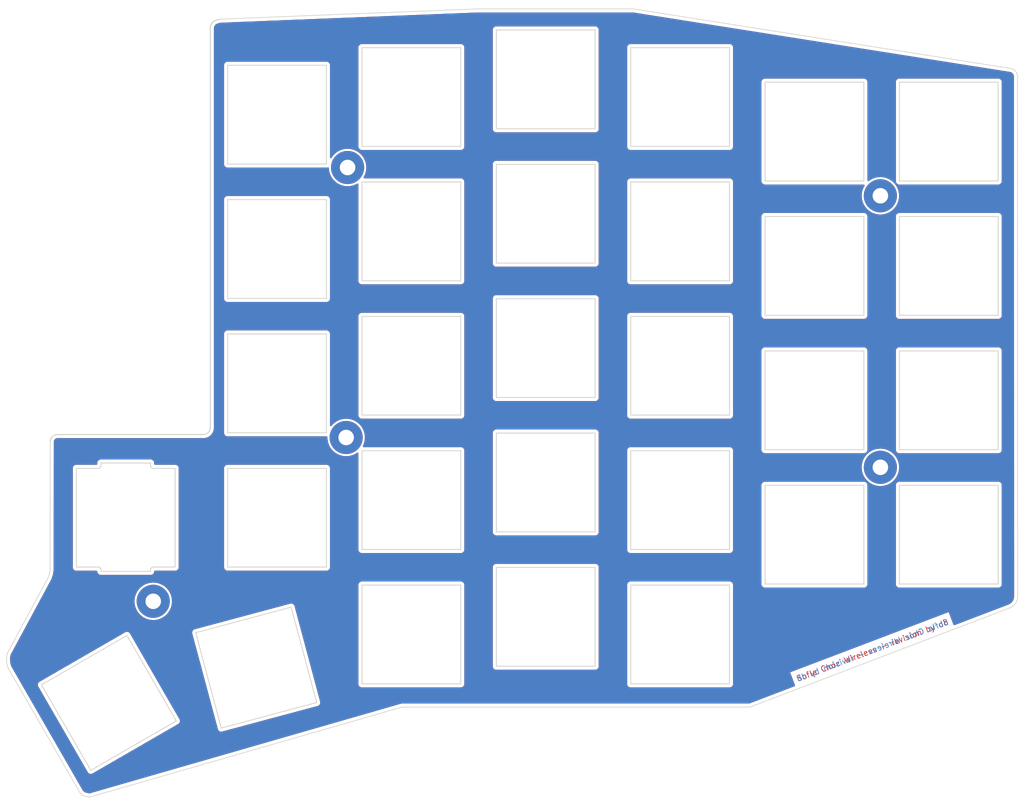
<source format=kicad_pcb>
(kicad_pcb (version 20211014) (generator pcbnew)
  (layers (0 "F.Cu" signal) (31 "B.Cu" signal) (34 "B.Paste" user) (35 "F.Paste" user) (36 "B.SilkS" user "B.Silkscreen") (37 "F.SilkS" user "F.Silkscreen") (38 "B.Mask" user) (39 "F.Mask" user) (44 "Edge.Cuts" user))
  (net 0 "")
  (footprint "SofleKeyboard-footprint:HOLE_M2_TH" (layer "F.Cu") (at 206.3222 61.7786)
    (fp_text reference "TH4" hide)
    (fp_text value "HOLE" hide)
    (pad "" thru_hole circle locked (at -0.225 -0.275 90) (size 4.7 4.7) (drill 2.2) (layers *.Cu *.Mask "Dwgs.User") (clearance 0.3))
  )
  (footprint "SofleKeyboard-footprint:HOLE_M2_TH" (layer "F.Cu") (at 130.53 57.57)
    (fp_text reference "TH3" hide)
    (fp_text value "HOLE" hide)
    (pad "" thru_hole circle locked (at 0.025 -0.075 90) (size 4.7 4.7) (drill 2.2) (layers *.Cu *.Mask "Dwgs.User") (clearance 0.3))
  )
  (footprint "SofleKeyboard-footprint:HOLE_M2_TH" (layer "F.Cu") (at 206.2722 100.0286)
    (fp_text reference "TH6" hide)
    (fp_text value "HOLE" hide)
    (pad "" thru_hole circle locked (at -0.175 -0.025 90) (size 4.7 4.7) (drill 2.2) (layers *.Cu *.Mask "Dwgs.User") (clearance 0.3))
  )
  (footprint "SofleKeyboard-footprint:HOLE_M2_TH" (layer "F.Cu") (at 130.38 95.85)
    (fp_text reference "TH5" hide)
    (fp_text value "HOLE" hide)
    (pad "" thru_hole circle locked (at -0.025 -0.075 90) (size 4.7 4.7) (drill 2.2) (layers *.Cu *.Mask "Dwgs.User") (clearance 0.3))
  )
  (footprint "SofleKeyboard-footprint:HOLE_M2_TH" (layer "F.Cu") (at 103 119 90)
    (fp_text reference "TH7" hide)
    (fp_text value "HOLE" hide)
    (pad "" thru_hole circle locked (at 0 0 180) (size 4.7 4.7) (drill 2.2) (layers *.Cu *.Mask "Dwgs.User") (clearance 0.3))
  )
  (footprint "SofleChocTop:SW_Hole" (layer "F.Cu") (at 215.8 52.4)
    (fp_text reference "SW2" hide)
    (fp_text value "KEY_SWITCH" hide)
    (fp_line (start -7 -7) (end -7 7) (layer "Edge.Cuts") (width 0.12))
    (fp_line (start 7 -7) (end -7 -7) (layer "Edge.Cuts") (width 0.12))
    (fp_line (start -7 7) (end 7 7) (layer "Edge.Cuts") (width 0.12))
    (fp_line (start 7 7) (end 7 -7) (layer "Edge.Cuts") (width 0.12))
  )
  (footprint "SofleChocTop:SW_Hole" (layer "F.Cu") (at 196.75 52.4)
    (fp_text reference "SW2" hide)
    (fp_text value "KEY_SWITCH" hide)
    (fp_line (start -7 7) (end 7 7) (layer "Edge.Cuts") (width 0.12))
    (fp_line (start 7 7) (end 7 -7) (layer "Edge.Cuts") (width 0.12))
    (fp_line (start 7 -7) (end -7 -7) (layer "Edge.Cuts") (width 0.12))
    (fp_line (start -7 -7) (end -7 7) (layer "Edge.Cuts") (width 0.12))
  )
  (footprint "SofleChocTop:SW_Hole" (layer "F.Cu") (at 196.75 71.45)
    (fp_text reference "SW2" hide)
    (fp_text value "KEY_SWITCH" hide)
    (fp_line (start -7 7) (end 7 7) (layer "Edge.Cuts") (width 0.12))
    (fp_line (start -7 -7) (end -7 7) (layer "Edge.Cuts") (width 0.12))
    (fp_line (start 7 7) (end 7 -7) (layer "Edge.Cuts") (width 0.12))
    (fp_line (start 7 -7) (end -7 -7) (layer "Edge.Cuts") (width 0.12))
  )
  (footprint "SofleChocTop:SW_Hole" (layer "F.Cu") (at 215.8 71.45)
    (fp_text reference "SW2" hide)
    (fp_text value "KEY_SWITCH" hide)
    (fp_line (start -7 7) (end 7 7) (layer "Edge.Cuts") (width 0.12))
    (fp_line (start -7 -7) (end -7 7) (layer "Edge.Cuts") (width 0.12))
    (fp_line (start 7 -7) (end -7 -7) (layer "Edge.Cuts") (width 0.12))
    (fp_line (start 7 7) (end 7 -7) (layer "Edge.Cuts") (width 0.12))
  )
  (footprint "SofleChocTop:SW_Hole" (layer "F.Cu") (at 196.75 90.5)
    (fp_text reference "SW2" hide)
    (fp_text value "KEY_SWITCH" hide)
    (fp_line (start 7 -7) (end -7 -7) (layer "Edge.Cuts") (width 0.12))
    (fp_line (start -7 7) (end 7 7) (layer "Edge.Cuts") (width 0.12))
    (fp_line (start 7 7) (end 7 -7) (layer "Edge.Cuts") (width 0.12))
    (fp_line (start -7 -7) (end -7 7) (layer "Edge.Cuts") (width 0.12))
  )
  (footprint "SofleChocTop:SW_Hole" (layer "F.Cu") (at 215.8 90.5)
    (fp_text reference "SW2" hide)
    (fp_text value "KEY_SWITCH" hide)
    (fp_line (start 7 7) (end 7 -7) (layer "Edge.Cuts") (width 0.12))
    (fp_line (start -7 7) (end 7 7) (layer "Edge.Cuts") (width 0.12))
    (fp_line (start -7 -7) (end -7 7) (layer "Edge.Cuts") (width 0.12))
    (fp_line (start 7 -7) (end -7 -7) (layer "Edge.Cuts") (width 0.12))
  )
  (footprint "SofleChocTop:SW_Hole" (layer "F.Cu") (at 196.75 109.55)
    (fp_text reference "SW2" hide)
    (fp_text value "KEY_SWITCH" hide)
    (fp_line (start 7 -7) (end -7 -7) (layer "Edge.Cuts") (width 0.12))
    (fp_line (start -7 7) (end 7 7) (layer "Edge.Cuts") (width 0.12))
    (fp_line (start 7 7) (end 7 -7) (layer "Edge.Cuts") (width 0.12))
    (fp_line (start -7 -7) (end -7 7) (layer "Edge.Cuts") (width 0.12))
  )
  (footprint "SofleChocTop:SW_Hole" (layer "F.Cu") (at 177.7 47.5)
    (fp_text reference "SW2" hide)
    (fp_text value "KEY_SWITCH" hide)
    (fp_line (start -7 -7) (end -7 7) (layer "Edge.Cuts") (width 0.12))
    (fp_line (start -7 7) (end 7 7) (layer "Edge.Cuts") (width 0.12))
    (fp_line (start 7 7) (end 7 -7) (layer "Edge.Cuts") (width 0.12))
    (fp_line (start 7 -7) (end -7 -7) (layer "Edge.Cuts") (width 0.12))
  )
  (footprint "SofleChocTop:SW_Hole" (layer "F.Cu") (at 177.7 66.55)
    (fp_text reference "SW2" hide)
    (fp_text value "KEY_SWITCH" hide)
    (fp_line (start -7 -7) (end -7 7) (layer "Edge.Cuts") (width 0.12))
    (fp_line (start 7 7) (end 7 -7) (layer "Edge.Cuts") (width 0.12))
    (fp_line (start 7 -7) (end -7 -7) (layer "Edge.Cuts") (width 0.12))
    (fp_line (start -7 7) (end 7 7) (layer "Edge.Cuts") (width 0.12))
  )
  (footprint "SofleChocTop:SW_Hole" (layer "F.Cu") (at 177.7 85.6)
    (fp_text reference "SW2" hide)
    (fp_text value "KEY_SWITCH" hide)
    (fp_line (start -7 7) (end 7 7) (layer "Edge.Cuts") (width 0.12))
    (fp_line (start 7 -7) (end -7 -7) (layer "Edge.Cuts") (width 0.12))
    (fp_line (start -7 -7) (end -7 7) (layer "Edge.Cuts") (width 0.12))
    (fp_line (start 7 7) (end 7 -7) (layer "Edge.Cuts") (width 0.12))
  )
  (footprint "SofleChocTop:SW_Hole" (layer "F.Cu") (at 177.7 104.65)
    (fp_text reference "SW2" hide)
    (fp_text value "KEY_SWITCH" hide)
    (fp_line (start 7 -7) (end -7 -7) (layer "Edge.Cuts") (width 0.12))
    (fp_line (start -7 -7) (end -7 7) (layer "Edge.Cuts") (width 0.12))
    (fp_line (start -7 7) (end 7 7) (layer "Edge.Cuts") (width 0.12))
    (fp_line (start 7 7) (end 7 -7) (layer "Edge.Cuts") (width 0.12))
  )
  (footprint "SofleChocTop:SW_Hole" (layer "F.Cu") (at 177.7 123.7)
    (fp_text reference "SW2" hide)
    (fp_text value "KEY_SWITCH" hide)
    (fp_line (start -7 -7) (end -7 7) (layer "Edge.Cuts") (width 0.12))
    (fp_line (start 7 7) (end 7 -7) (layer "Edge.Cuts") (width 0.12))
    (fp_line (start -7 7) (end 7 7) (layer "Edge.Cuts") (width 0.12))
    (fp_line (start 7 -7) (end -7 -7) (layer "Edge.Cuts") (width 0.12))
  )
  (footprint "SofleChocTop:SW_Hole" (layer "F.Cu") (at 158.65 45)
    (fp_text reference "SW2" hide)
    (fp_text value "KEY_SWITCH" hide)
    (fp_line (start -7 -7) (end -7 7) (layer "Edge.Cuts") (width 0.12))
    (fp_line (start 7 -7) (end -7 -7) (layer "Edge.Cuts") (width 0.12))
    (fp_line (start -7 7) (end 7 7) (layer "Edge.Cuts") (width 0.12))
    (fp_line (start 7 7) (end 7 -7) (layer "Edge.Cuts") (width 0.12))
  )
  (footprint "SofleChocTop:SW_Hole" (layer "F.Cu") (at 158.65 64.05)
    (fp_text reference "SW2" hide)
    (fp_text value "KEY_SWITCH" hide)
    (fp_line (start 7 7) (end 7 -7) (layer "Edge.Cuts") (width 0.12))
    (fp_line (start -7 -7) (end -7 7) (layer "Edge.Cuts") (width 0.12))
    (fp_line (start 7 -7) (end -7 -7) (layer "Edge.Cuts") (width 0.12))
    (fp_line (start -7 7) (end 7 7) (layer "Edge.Cuts") (width 0.12))
  )
  (footprint "SofleChocTop:SW_Hole" (layer "F.Cu") (at 158.65 83.1)
    (fp_text reference "SW2" hide)
    (fp_text value "KEY_SWITCH" hide)
    (fp_line (start 7 7) (end 7 -7) (layer "Edge.Cuts") (width 0.12))
    (fp_line (start 7 -7) (end -7 -7) (layer "Edge.Cuts") (width 0.12))
    (fp_line (start -7 -7) (end -7 7) (layer "Edge.Cuts") (width 0.12))
    (fp_line (start -7 7) (end 7 7) (layer "Edge.Cuts") (width 0.12))
  )
  (footprint "SofleChocTop:SW_Hole" (layer "F.Cu") (at 158.65 102.15)
    (fp_text reference "SW2" hide)
    (fp_text value "KEY_SWITCH" hide)
    (fp_line (start 7 -7) (end -7 -7) (layer "Edge.Cuts") (width 0.12))
    (fp_line (start 7 7) (end 7 -7) (layer "Edge.Cuts") (width 0.12))
    (fp_line (start -7 7) (end 7 7) (layer "Edge.Cuts") (width 0.12))
    (fp_line (start -7 -7) (end -7 7) (layer "Edge.Cuts") (width 0.12))
  )
  (footprint "SofleChocTop:SW_Hole" (layer "F.Cu") (at 158.65 121.2)
    (fp_text reference "SW2" hide)
    (fp_text value "KEY_SWITCH" hide)
    (fp_line (start 7 -7) (end -7 -7) (layer "Edge.Cuts") (width 0.12))
    (fp_line (start -7 -7) (end -7 7) (layer "Edge.Cuts") (width 0.12))
    (fp_line (start 7 7) (end 7 -7) (layer "Edge.Cuts") (width 0.12))
    (fp_line (start -7 7) (end 7 7) (layer "Edge.Cuts") (width 0.12))
  )
  (footprint "SofleChocTop:SW_Hole" (layer "F.Cu") (at 139.6 47.5)
    (fp_text reference "SW2" hide)
    (fp_text value "KEY_SWITCH" hide)
    (fp_line (start 7 7) (end 7 -7) (layer "Edge.Cuts") (width 0.12))
    (fp_line (start -7 -7) (end -7 7) (layer "Edge.Cuts") (width 0.12))
    (fp_line (start 7 -7) (end -7 -7) (layer "Edge.Cuts") (width 0.12))
    (fp_line (start -7 7) (end 7 7) (layer "Edge.Cuts") (width 0.12))
  )
  (footprint "SofleChocTop:SW_Hole" (layer "F.Cu") (at 139.6 66.55)
    (fp_text reference "SW2" hide)
    (fp_text value "KEY_SWITCH" hide)
    (fp_line (start 7 -7) (end -7 -7) (layer "Edge.Cuts") (width 0.12))
    (fp_line (start 7 7) (end 7 -7) (layer "Edge.Cuts") (width 0.12))
    (fp_line (start -7 7) (end 7 7) (layer "Edge.Cuts") (width 0.12))
    (fp_line (start -7 -7) (end -7 7) (layer "Edge.Cuts") (width 0.12))
  )
  (footprint "SofleChocTop:SW_Hole" (layer "F.Cu") (at 139.6 85.6)
    (fp_text reference "SW2" hide)
    (fp_text value "KEY_SWITCH" hide)
    (fp_line (start 7 7) (end 7 -7) (layer "Edge.Cuts") (width 0.12))
    (fp_line (start 7 -7) (end -7 -7) (layer "Edge.Cuts") (width 0.12))
    (fp_line (start -7 -7) (end -7 7) (layer "Edge.Cuts") (width 0.12))
    (fp_line (start -7 7) (end 7 7) (layer "Edge.Cuts") (width 0.12))
  )
  (footprint "SofleChocTop:SW_Hole" (layer "F.Cu") (at 139.6 104.65)
    (fp_text reference "SW2" hide)
    (fp_text value "KEY_SWITCH" hide)
    (fp_line (start -7 -7) (end -7 7) (layer "Edge.Cuts") (width 0.12))
    (fp_line (start -7 7) (end 7 7) (layer "Edge.Cuts") (width 0.12))
    (fp_line (start 7 -7) (end -7 -7) (layer "Edge.Cuts") (width 0.12))
    (fp_line (start 7 7) (end 7 -7) (layer "Edge.Cuts") (width 0.12))
  )
  (footprint "SofleChocTop:SW_Hole" (layer "F.Cu") (at 139.6 123.7)
    (fp_text reference "SW2" hide)
    (fp_text value "KEY_SWITCH" hide)
    (fp_line (start -7 7) (end 7 7) (layer "Edge.Cuts") (width 0.12))
    (fp_line (start 7 7) (end 7 -7) (layer "Edge.Cuts") (width 0.12))
    (fp_line (start 7 -7) (end -7 -7) (layer "Edge.Cuts") (width 0.12))
    (fp_line (start -7 -7) (end -7 7) (layer "Edge.Cuts") (width 0.12))
  )
  (footprint "SofleChocTop:SW_Hole" (layer "F.Cu") (at 120.55 50)
    (fp_text reference "SW2" hide)
    (fp_text value "KEY_SWITCH" hide)
    (fp_line (start 7 7) (end 7 -7) (layer "Edge.Cuts") (width 0.12))
    (fp_line (start -7 7) (end 7 7) (layer "Edge.Cuts") (width 0.12))
    (fp_line (start 7 -7) (end -7 -7) (layer "Edge.Cuts") (width 0.12))
    (fp_line (start -7 -7) (end -7 7) (layer "Edge.Cuts") (width 0.12))
  )
  (footprint "SofleChocTop:SW_Hole" (layer "F.Cu") (at 120.55 69.05)
    (fp_text reference "SW2" hide)
    (fp_text value "KEY_SWITCH" hide)
    (fp_line (start -7 -7) (end -7 7) (layer "Edge.Cuts") (width 0.12))
    (fp_line (start 7 -7) (end -7 -7) (layer "Edge.Cuts") (width 0.12))
    (fp_line (start 7 7) (end 7 -7) (layer "Edge.Cuts") (width 0.12))
    (fp_line (start -7 7) (end 7 7) (layer "Edge.Cuts") (width 0.12))
  )
  (footprint "SofleChocTop:SW_Hole" (layer "F.Cu") (at 120.55 88.1)
    (fp_text reference "SW2" hide)
    (fp_text value "KEY_SWITCH" hide)
    (fp_line (start 7 -7) (end -7 -7) (layer "Edge.Cuts") (width 0.12))
    (fp_line (start 7 7) (end 7 -7) (layer "Edge.Cuts") (width 0.12))
    (fp_line (start -7 -7) (end -7 7) (layer "Edge.Cuts") (width 0.12))
    (fp_line (start -7 7) (end 7 7) (layer "Edge.Cuts") (width 0.12))
  )
  (footprint "SofleChocTop:SW_Hole" (layer "F.Cu") (at 120.55 107.15)
    (fp_text reference "SW2" hide)
    (fp_text value "KEY_SWITCH" hide)
    (fp_line (start 7 7) (end 7 -7) (layer "Edge.Cuts") (width 0.12))
    (fp_line (start 7 -7) (end -7 -7) (layer "Edge.Cuts") (width 0.12))
    (fp_line (start -7 -7) (end -7 7) (layer "Edge.Cuts") (width 0.12))
    (fp_line (start -7 7) (end 7 7) (layer "Edge.Cuts") (width 0.12))
  )
  (footprint "SofleChocTop:SW_Hole" (layer "F.Cu") (at 117.6 128.4 -165)
    (fp_text reference "SW2" hide)
    (fp_text value "KEY_SWITCH" hide)
    (fp_line (start 7 -7) (end -7 -7) (layer "Edge.Cuts") (width 0.12))
    (fp_line (start 7 7) (end 7 -7) (layer "Edge.Cuts") (width 0.12))
    (fp_line (start -7 7) (end 7 7) (layer "Edge.Cuts") (width 0.12))
    (fp_line (start -7 -7) (end -7 7) (layer "Edge.Cuts") (width 0.12))
  )
  (footprint "SofleChocTop:SW_Hole" (layer "F.Cu") (at 96.71 133.4 120)
    (fp_text reference "SW2" hide)
    (fp_text value "KEY_SWITCH" hide)
    (fp_line (start -7 7) (end 7 7) (layer "Edge.Cuts") (width 0.12))
    (fp_line (start -7 -7) (end -7 7) (layer "Edge.Cuts") (width 0.12))
    (fp_line (start 7 -7) (end -7 -7) (layer "Edge.Cuts") (width 0.12))
    (fp_line (start 7 7) (end 7 -7) (layer "Edge.Cuts") (width 0.12))
  )
  (footprint "SofleChocTop:SW_Hole" (layer "F.Cu") (at 215.8 109.55)
    (fp_text reference "SW2" hide)
    (fp_text value "KEY_SWITCH" hide)
    (fp_line (start 7 -7) (end -7 -7) (layer "Edge.Cuts") (width 0.12))
    (fp_line (start -7 -7) (end -7 7) (layer "Edge.Cuts") (width 0.12))
    (fp_line (start 7 7) (end 7 -7) (layer "Edge.Cuts") (width 0.12))
    (fp_line (start -7 7) (end 7 7) (layer "Edge.Cuts") (width 0.12))
  )
  (footprint "SofleChocTop:SW_Hole_Choc_Encoder_Combined_Plus" (layer "F.Cu") (at 99.1022 107.15)
    (fp_text reference "SW2" hide)
    (fp_text value "KEY_SWITCH_ENC_COMBINED" hide)
    (fp_line (start -7 -7) (end -7 7) (layer "Edge.Cuts") (width 0.12))
    (fp_line (start -3.52 7.6) (end 3.52 7.6) (layer "Edge.Cuts") (width 0.12))
    (fp_line (start 3.52 -7.75) (end -3.52 -7.75) (layer "Edge.Cuts") (width 0.12))
    (fp_line (start -3.52 -7.75) (end -3.52 -7.24) (layer "Edge.Cuts") (width 0.12))
    (fp_line (start -3.75 -7) (end -7 -7) (layer "Edge.Cuts") (width 0.12))
    (fp_line (start 3.75 -7) (end 7 -7) (layer "Edge.Cuts") (width 0.12))
    (fp_line (start -3.52 -7.24) (end -3.75 -7) (layer "Edge.Cuts") (width 0.12))
    (fp_line (start 3.52 -7.24) (end 3.75 -7) (layer "Edge.Cuts") (width 0.12))
    (fp_line (start -3.52 7.24) (end -3.75 7) (layer "Edge.Cuts") (width 0.12))
    (fp_line (start -3.75 7) (end -7 7) (layer "Edge.Cuts") (width 0.12))
    (fp_line (start 7 7) (end 7 -7) (layer "Edge.Cuts") (width 0.12))
    (fp_line (start 3.52 7.24) (end 3.75 7) (layer "Edge.Cuts") (width 0.12))
    (fp_line (start 3.52 7.6) (end 3.52 7.24) (layer "Edge.Cuts") (width 0.12))
    (fp_line (start 3.52 -7.75) (end 3.52 -7.24) (layer "Edge.Cuts") (width 0.12))
    (fp_line (start -3.52 7.6) (end -3.52 7.24) (layer "Edge.Cuts") (width 0.12))
    (fp_line (start 3.75 7) (end 7 7) (layer "Edge.Cuts") (width 0.12))
  )
  (gr_line (start 225.381081 44.001407) (end 225.467481 44.182272) (layer "Edge.Cuts") (width 0.1))
  (gr_line (start 92.6472 146.2036) (end 82.3972 128.4036) (layer "Edge.Cuts") (width 0.1))
  (gr_line (start 171.0472 35.0036) (end 224.572641 43.448746) (layer "Edge.Cuts") (width 0.1))
  (gr_line (start 88.372457 114.4036) (end 88.2972 115.0536) (layer "Edge.Cuts") (width 0.1))
  (gr_line (start 93.4472 146.6536) (end 93.9972 146.7536) (layer "Edge.Cuts") (width 0.1))
  (gr_line (start 82.2472 127.9036) (end 82.1972 127.3036) (layer "Edge.Cuts") (width 0.1))
  (gr_line (start 92.9972 146.5036) (end 93.4472 146.6536) (layer "Edge.Cuts") (width 0.1))
  (gr_line (start 224.774311 43.500376) (end 224.959071 43.585066) (layer "Edge.Cuts") (width 0.1))
  (gr_line (start 224.499398 119.9116) (end 187.5972 134.0036) (layer "Edge.Cuts") (width 0.1))
  (gr_line (start 88.2972 115.0536) (end 88.0972 115.6536) (layer "Edge.Cuts") (width 0.1))
  (gr_line (start 82.1972 127.3036) (end 82.1972 126.9036) (layer "Edge.Cuts") (width 0.1))
  (gr_line (start 92.6472 146.2036) (end 92.9972 146.5036) (layer "Edge.Cuts") (width 0.1))
  (gr_line (start 224.572641 43.448746) (end 224.774311 43.500376) (layer "Edge.Cuts") (width 0.1))
  (gr_line (start 225.540381 44.585502) (end 225.5662 118.324954) (layer "Edge.Cuts") (width 0.1))
  (gr_line (start 225.521581 44.378171) (end 225.540381 44.585502) (layer "Edge.Cuts") (width 0.1))
  (gr_line (start 82.2972 126.4036) (end 88.0972 115.6536) (layer "Edge.Cuts") (width 0.1))
  (gr_line (start 225.467481 44.182272) (end 225.521581 44.378171) (layer "Edge.Cuts") (width 0.1))
  (gr_line (start 149.0972 35.0036) (end 112.4972 36.4586) (layer "Edge.Cuts") (width 0.1))
  (gr_line (start 138.251328 134.0036) (end 187.5972 134.0036) (layer "Edge.Cuts") (width 0.1))
  (gr_line (start 82.3972 128.4036) (end 82.2472 127.9036) (layer "Edge.Cuts") (width 0.1))
  (gr_line (start 82.1972 126.9036) (end 82.2972 126.4036) (layer "Edge.Cuts") (width 0.1))
  (gr_line (start 138.251328 134.0036) (end 93.9972 146.7536) (layer "Edge.Cuts") (width 0.1))
  (gr_line (start 225.123821 43.6992) (end 225.265521 43.839182) (layer "Edge.Cuts") (width 0.1))
  (gr_line (start 149.0972 35.0036) (end 171.0472 35.0036) (layer "Edge.Cuts") (width 0.1))
  (gr_line (start 225.265521 43.839182) (end 225.381081 44.001407) (layer "Edge.Cuts") (width 0.1))
  (gr_line (start 88.372457 114.4036) (end 88.4022 96.3586) (layer "Edge.Cuts") (width 0.1))
  (gr_line (start 224.959071 43.585066) (end 225.123821 43.6992) (layer "Edge.Cuts") (width 0.1))
  (gr_line (start 89.4022 95.3586) (end 110.0972 95.3586) (layer "Edge.Cuts") (width 0.15))
  (gr_line (start 111.0972 94.3586) (end 111.0972 37.6036) (layer "Edge.Cuts") (width 0.15))
  (gr_line (start 111.1972 37.2586) (end 111.3972 36.9586) (layer "Edge.Cuts") (width 0.15))
  (gr_line (start 111.3972 36.9586) (end 111.5972 36.7586) (layer "Edge.Cuts") (width 0.15))
  (gr_line (start 111.0972 37.6036) (end 111.1972 37.2586) (layer "Edge.Cuts") (width 0.15))
  (gr_arc (start 88.4022 96.3586) (mid 88.695093 95.651493) (end 89.4022 95.3586) (layer "Edge.Cuts") (width 0.15))
  (gr_line (start 111.5972 36.7586) (end 111.7972 36.6586) (layer "Edge.Cuts") (width 0.15))
  (gr_arc (start 111.0972 94.3586) (mid 110.804307 95.065707) (end 110.0972 95.3586) (layer "Edge.Cuts") (width 0.15))
  (gr_line (start 112.0972 36.5586) (end 112.4972 36.4586) (layer "Edge.Cuts") (width 0.15))
  (gr_line (start 111.7972 36.6586) (end 112.0972 36.5586) (layer "Edge.Cuts") (width 0.15))
  (gr_arc (start 225.5662 118.324954) (mid 225.268918 119.277031) (end 224.499398 119.9116) (layer "Edge.Cuts") (width 0.1))
  (gr_text "Sofle Choc Wireless - revision by db" (at 204.974 125.945 20.8) (layer "F.Cu") (effects (font (size 0.8 0.8) (thickness 0.1))))
  (gr_text "Sofle Choc Wireless - revision by db" (at 204.974 125.945 20.8) (layer "B.Cu") (effects (font (size 0.8 0.8) (thickness 0.1)) (justify mirror)))
  (zone (net 0) (net_name "") (layers F&B.Cu) (connect_pads (clearance 0.508)) (min_thickness 0.254) (fill yes (thermal_gap 0.508) (thermal_bridge_width 0.508))
    (polygon (pts (xy 226.274 117.545) (xy 226.274 119.845) (xy 186.174 135.345) (xy 92.574 148.045) (xy 81.274 127.645) (xy 87.474 94.245) (xy 108.974 93.645) (xy 109.874 36.045) (xy 169.574 33.745) (xy 226.474 40.745)))
  )
)
</source>
